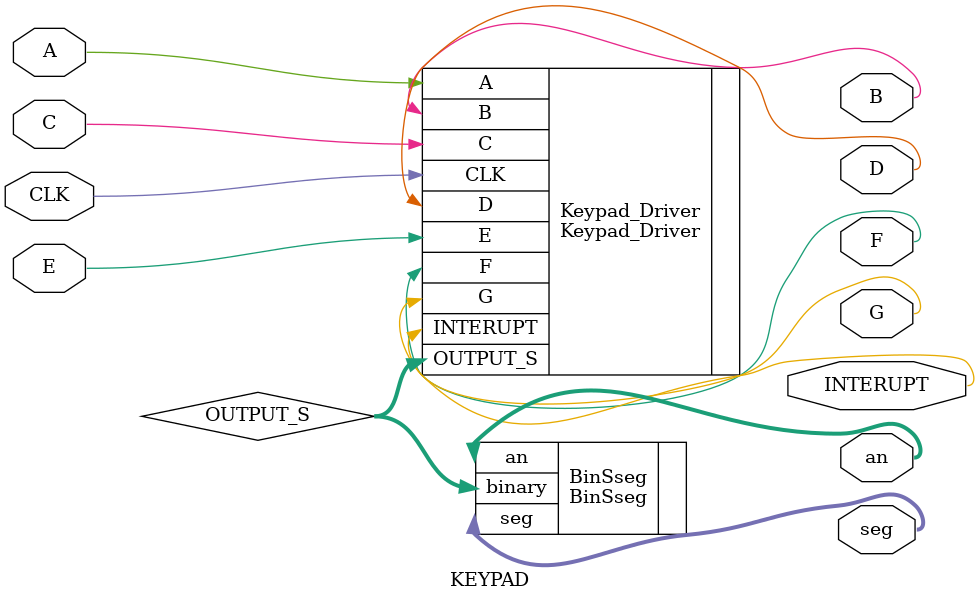
<source format=sv>
`timescale 1ns / 1ps


module KEYPAD(
    input   CLK, C, A, E,
   //input   [15:0] MAXCOUNT_S,
   output  INTERUPT,
   output B, G, F, D,
   output  [7:0] seg,
   output  [3:0] an    
   );

   logic [3:0] OUTPUT_S;
   
   
   
   Keypad_Driver Keypad_Driver(.CLK(CLK), .C(C), .A(A), .E(E), 
                               .B(B), .G(G), .F(F), .D(D), .INTERUPT(INTERUPT), .OUTPUT_S(OUTPUT_S));
                               
   BinSseg  BinSseg(.binary(OUTPUT_S), .seg(seg), .an(an));
   
endmodule

</source>
